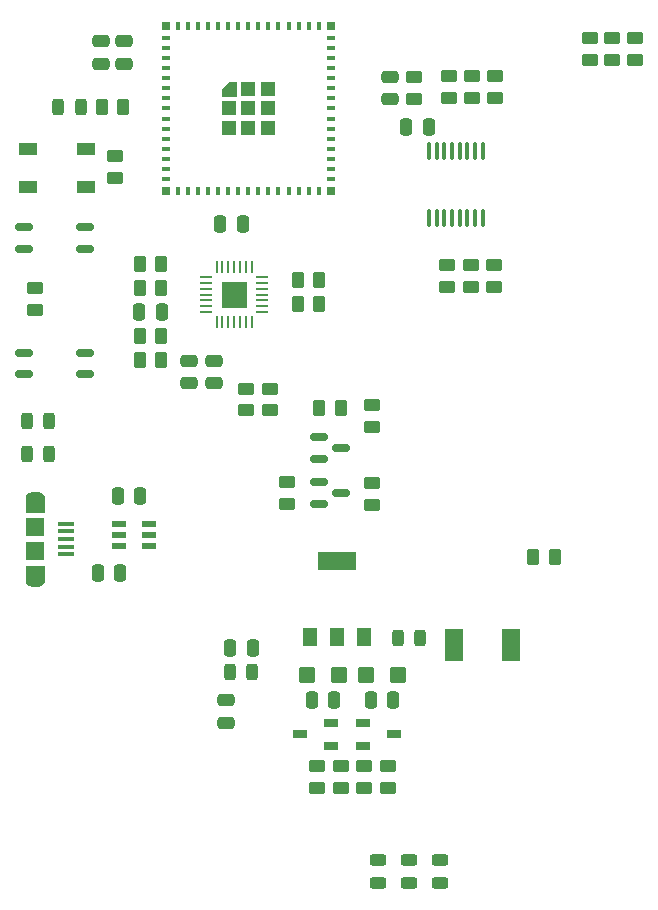
<source format=gbr>
%TF.GenerationSoftware,KiCad,Pcbnew,8.0.2*%
%TF.CreationDate,2024-07-11T10:11:00+02:00*%
%TF.ProjectId,HomeAssistant,486f6d65-4173-4736-9973-74616e742e6b,0.1*%
%TF.SameCoordinates,Original*%
%TF.FileFunction,Paste,Top*%
%TF.FilePolarity,Positive*%
%FSLAX46Y46*%
G04 Gerber Fmt 4.6, Leading zero omitted, Abs format (unit mm)*
G04 Created by KiCad (PCBNEW 8.0.2) date 2024-07-11 10:11:00*
%MOMM*%
%LPD*%
G01*
G04 APERTURE LIST*
G04 Aperture macros list*
%AMRoundRect*
0 Rectangle with rounded corners*
0 $1 Rounding radius*
0 $2 $3 $4 $5 $6 $7 $8 $9 X,Y pos of 4 corners*
0 Add a 4 corners polygon primitive as box body*
4,1,4,$2,$3,$4,$5,$6,$7,$8,$9,$2,$3,0*
0 Add four circle primitives for the rounded corners*
1,1,$1+$1,$2,$3*
1,1,$1+$1,$4,$5*
1,1,$1+$1,$6,$7*
1,1,$1+$1,$8,$9*
0 Add four rect primitives between the rounded corners*
20,1,$1+$1,$2,$3,$4,$5,0*
20,1,$1+$1,$4,$5,$6,$7,0*
20,1,$1+$1,$6,$7,$8,$9,0*
20,1,$1+$1,$8,$9,$2,$3,0*%
G04 Aperture macros list end*
%ADD10C,0.010000*%
%ADD11RoundRect,0.250000X0.450000X-0.262500X0.450000X0.262500X-0.450000X0.262500X-0.450000X-0.262500X0*%
%ADD12RoundRect,0.250000X0.475000X-0.250000X0.475000X0.250000X-0.475000X0.250000X-0.475000X-0.250000X0*%
%ADD13RoundRect,0.250000X0.450000X0.425000X-0.450000X0.425000X-0.450000X-0.425000X0.450000X-0.425000X0*%
%ADD14RoundRect,0.150000X-0.587500X-0.150000X0.587500X-0.150000X0.587500X0.150000X-0.587500X0.150000X0*%
%ADD15RoundRect,0.250000X0.250000X0.475000X-0.250000X0.475000X-0.250000X-0.475000X0.250000X-0.475000X0*%
%ADD16R,1.500000X2.700000*%
%ADD17RoundRect,0.100000X0.100000X-0.637500X0.100000X0.637500X-0.100000X0.637500X-0.100000X-0.637500X0*%
%ADD18R,0.800000X0.400000*%
%ADD19R,0.400000X0.800000*%
%ADD20R,1.200000X1.200000*%
%ADD21R,0.800000X0.800000*%
%ADD22R,1.200000X1.600000*%
%ADD23R,3.300000X1.600000*%
%ADD24RoundRect,0.250000X-0.450000X0.262500X-0.450000X-0.262500X0.450000X-0.262500X0.450000X0.262500X0*%
%ADD25R,1.500000X1.000000*%
%ADD26RoundRect,0.250000X-0.475000X0.250000X-0.475000X-0.250000X0.475000X-0.250000X0.475000X0.250000X0*%
%ADD27RoundRect,0.243750X-0.243750X-0.456250X0.243750X-0.456250X0.243750X0.456250X-0.243750X0.456250X0*%
%ADD28RoundRect,0.250000X-0.250000X-0.475000X0.250000X-0.475000X0.250000X0.475000X-0.250000X0.475000X0*%
%ADD29RoundRect,0.250000X-0.262500X-0.450000X0.262500X-0.450000X0.262500X0.450000X-0.262500X0.450000X0*%
%ADD30R,1.220000X0.650000*%
%ADD31RoundRect,0.175000X0.550000X0.175000X-0.550000X0.175000X-0.550000X-0.175000X0.550000X-0.175000X0*%
%ADD32RoundRect,0.250000X-0.450000X-0.425000X0.450000X-0.425000X0.450000X0.425000X-0.450000X0.425000X0*%
%ADD33RoundRect,0.250000X0.262500X0.450000X-0.262500X0.450000X-0.262500X-0.450000X0.262500X-0.450000X0*%
%ADD34RoundRect,0.041300X0.563700X0.253700X-0.563700X0.253700X-0.563700X-0.253700X0.563700X-0.253700X0*%
%ADD35RoundRect,0.243750X0.456250X-0.243750X0.456250X0.243750X-0.456250X0.243750X-0.456250X-0.243750X0*%
%ADD36RoundRect,0.243750X0.243750X0.456250X-0.243750X0.456250X-0.243750X-0.456250X0.243750X-0.456250X0*%
%ADD37R,1.350000X0.400000*%
%ADD38R,1.550000X1.500000*%
%ADD39R,0.270000X0.990000*%
%ADD40R,0.990000X0.270000*%
G04 APERTURE END LIST*
D10*
%TO.C,U1*%
X84040000Y-57100000D02*
X82840000Y-57100000D01*
X82840000Y-56500000D01*
X83440000Y-55900000D01*
X84040000Y-55900000D01*
X84040000Y-57100000D01*
G36*
X84040000Y-57100000D02*
G01*
X82840000Y-57100000D01*
X82840000Y-56500000D01*
X83440000Y-55900000D01*
X84040000Y-55900000D01*
X84040000Y-57100000D01*
G37*
%TO.C,J1*%
X67775000Y-98045000D02*
X67774000Y-98071000D01*
X67772000Y-98097000D01*
X67769000Y-98123000D01*
X67764000Y-98149000D01*
X67758000Y-98174000D01*
X67751000Y-98200000D01*
X67742000Y-98224000D01*
X67732000Y-98248000D01*
X67721000Y-98272000D01*
X67708000Y-98295000D01*
X67694000Y-98317000D01*
X67680000Y-98339000D01*
X67664000Y-98360000D01*
X67647000Y-98380000D01*
X67629000Y-98399000D01*
X67610000Y-98417000D01*
X67590000Y-98434000D01*
X67569000Y-98450000D01*
X67547000Y-98464000D01*
X67525000Y-98478000D01*
X67502000Y-98491000D01*
X67478000Y-98502000D01*
X67454000Y-98512000D01*
X67430000Y-98521000D01*
X67404000Y-98528000D01*
X67379000Y-98534000D01*
X67353000Y-98539000D01*
X67327000Y-98542000D01*
X67301000Y-98544000D01*
X67275000Y-98545000D01*
X66725000Y-98545000D01*
X66699000Y-98544000D01*
X66673000Y-98542000D01*
X66647000Y-98539000D01*
X66621000Y-98534000D01*
X66596000Y-98528000D01*
X66570000Y-98521000D01*
X66546000Y-98512000D01*
X66522000Y-98502000D01*
X66498000Y-98491000D01*
X66475000Y-98478000D01*
X66453000Y-98464000D01*
X66431000Y-98450000D01*
X66410000Y-98434000D01*
X66390000Y-98417000D01*
X66371000Y-98399000D01*
X66353000Y-98380000D01*
X66336000Y-98360000D01*
X66320000Y-98339000D01*
X66306000Y-98317000D01*
X66292000Y-98295000D01*
X66279000Y-98272000D01*
X66268000Y-98248000D01*
X66258000Y-98224000D01*
X66249000Y-98200000D01*
X66242000Y-98174000D01*
X66236000Y-98149000D01*
X66231000Y-98123000D01*
X66228000Y-98097000D01*
X66226000Y-98071000D01*
X66225000Y-98045000D01*
X66225000Y-96900000D01*
X67775000Y-96900000D01*
X67775000Y-98045000D01*
G36*
X67775000Y-98045000D02*
G01*
X67774000Y-98071000D01*
X67772000Y-98097000D01*
X67769000Y-98123000D01*
X67764000Y-98149000D01*
X67758000Y-98174000D01*
X67751000Y-98200000D01*
X67742000Y-98224000D01*
X67732000Y-98248000D01*
X67721000Y-98272000D01*
X67708000Y-98295000D01*
X67694000Y-98317000D01*
X67680000Y-98339000D01*
X67664000Y-98360000D01*
X67647000Y-98380000D01*
X67629000Y-98399000D01*
X67610000Y-98417000D01*
X67590000Y-98434000D01*
X67569000Y-98450000D01*
X67547000Y-98464000D01*
X67525000Y-98478000D01*
X67502000Y-98491000D01*
X67478000Y-98502000D01*
X67454000Y-98512000D01*
X67430000Y-98521000D01*
X67404000Y-98528000D01*
X67379000Y-98534000D01*
X67353000Y-98539000D01*
X67327000Y-98542000D01*
X67301000Y-98544000D01*
X67275000Y-98545000D01*
X66725000Y-98545000D01*
X66699000Y-98544000D01*
X66673000Y-98542000D01*
X66647000Y-98539000D01*
X66621000Y-98534000D01*
X66596000Y-98528000D01*
X66570000Y-98521000D01*
X66546000Y-98512000D01*
X66522000Y-98502000D01*
X66498000Y-98491000D01*
X66475000Y-98478000D01*
X66453000Y-98464000D01*
X66431000Y-98450000D01*
X66410000Y-98434000D01*
X66390000Y-98417000D01*
X66371000Y-98399000D01*
X66353000Y-98380000D01*
X66336000Y-98360000D01*
X66320000Y-98339000D01*
X66306000Y-98317000D01*
X66292000Y-98295000D01*
X66279000Y-98272000D01*
X66268000Y-98248000D01*
X66258000Y-98224000D01*
X66249000Y-98200000D01*
X66242000Y-98174000D01*
X66236000Y-98149000D01*
X66231000Y-98123000D01*
X66228000Y-98097000D01*
X66226000Y-98071000D01*
X66225000Y-98045000D01*
X66225000Y-96900000D01*
X67775000Y-96900000D01*
X67775000Y-98045000D01*
G37*
X67301000Y-90656000D02*
X67327000Y-90658000D01*
X67353000Y-90661000D01*
X67379000Y-90666000D01*
X67404000Y-90672000D01*
X67430000Y-90679000D01*
X67454000Y-90688000D01*
X67478000Y-90698000D01*
X67502000Y-90709000D01*
X67525000Y-90722000D01*
X67547000Y-90736000D01*
X67569000Y-90750000D01*
X67590000Y-90766000D01*
X67610000Y-90783000D01*
X67629000Y-90801000D01*
X67647000Y-90820000D01*
X67664000Y-90840000D01*
X67680000Y-90861000D01*
X67694000Y-90883000D01*
X67708000Y-90905000D01*
X67721000Y-90928000D01*
X67732000Y-90952000D01*
X67742000Y-90976000D01*
X67751000Y-91000000D01*
X67758000Y-91026000D01*
X67764000Y-91051000D01*
X67769000Y-91077000D01*
X67772000Y-91103000D01*
X67774000Y-91129000D01*
X67775000Y-91155000D01*
X67775000Y-92300000D01*
X66225000Y-92300000D01*
X66225000Y-91155000D01*
X66226000Y-91129000D01*
X66228000Y-91103000D01*
X66231000Y-91077000D01*
X66236000Y-91051000D01*
X66242000Y-91026000D01*
X66249000Y-91000000D01*
X66258000Y-90976000D01*
X66268000Y-90952000D01*
X66279000Y-90928000D01*
X66292000Y-90905000D01*
X66306000Y-90883000D01*
X66320000Y-90861000D01*
X66336000Y-90840000D01*
X66353000Y-90820000D01*
X66371000Y-90801000D01*
X66390000Y-90783000D01*
X66410000Y-90766000D01*
X66431000Y-90750000D01*
X66453000Y-90736000D01*
X66475000Y-90722000D01*
X66498000Y-90709000D01*
X66522000Y-90698000D01*
X66546000Y-90688000D01*
X66570000Y-90679000D01*
X66596000Y-90672000D01*
X66621000Y-90666000D01*
X66647000Y-90661000D01*
X66673000Y-90658000D01*
X66699000Y-90656000D01*
X66725000Y-90655000D01*
X67275000Y-90655000D01*
X67301000Y-90656000D01*
G36*
X67301000Y-90656000D02*
G01*
X67327000Y-90658000D01*
X67353000Y-90661000D01*
X67379000Y-90666000D01*
X67404000Y-90672000D01*
X67430000Y-90679000D01*
X67454000Y-90688000D01*
X67478000Y-90698000D01*
X67502000Y-90709000D01*
X67525000Y-90722000D01*
X67547000Y-90736000D01*
X67569000Y-90750000D01*
X67590000Y-90766000D01*
X67610000Y-90783000D01*
X67629000Y-90801000D01*
X67647000Y-90820000D01*
X67664000Y-90840000D01*
X67680000Y-90861000D01*
X67694000Y-90883000D01*
X67708000Y-90905000D01*
X67721000Y-90928000D01*
X67732000Y-90952000D01*
X67742000Y-90976000D01*
X67751000Y-91000000D01*
X67758000Y-91026000D01*
X67764000Y-91051000D01*
X67769000Y-91077000D01*
X67772000Y-91103000D01*
X67774000Y-91129000D01*
X67775000Y-91155000D01*
X67775000Y-92300000D01*
X66225000Y-92300000D01*
X66225000Y-91155000D01*
X66226000Y-91129000D01*
X66228000Y-91103000D01*
X66231000Y-91077000D01*
X66236000Y-91051000D01*
X66242000Y-91026000D01*
X66249000Y-91000000D01*
X66258000Y-90976000D01*
X66268000Y-90952000D01*
X66279000Y-90928000D01*
X66292000Y-90905000D01*
X66306000Y-90883000D01*
X66320000Y-90861000D01*
X66336000Y-90840000D01*
X66353000Y-90820000D01*
X66371000Y-90801000D01*
X66390000Y-90783000D01*
X66410000Y-90766000D01*
X66431000Y-90750000D01*
X66453000Y-90736000D01*
X66475000Y-90722000D01*
X66498000Y-90709000D01*
X66522000Y-90698000D01*
X66546000Y-90688000D01*
X66570000Y-90679000D01*
X66596000Y-90672000D01*
X66621000Y-90666000D01*
X66647000Y-90661000D01*
X66673000Y-90658000D01*
X66699000Y-90656000D01*
X66725000Y-90655000D01*
X67275000Y-90655000D01*
X67301000Y-90656000D01*
G37*
%TO.C,U2*%
X84927740Y-74927740D02*
X82872260Y-74927740D01*
X82872260Y-72872260D01*
X84927740Y-72872260D01*
X84927740Y-74927740D01*
G36*
X84927740Y-74927740D02*
G01*
X82872260Y-74927740D01*
X82872260Y-72872260D01*
X84927740Y-72872260D01*
X84927740Y-74927740D01*
G37*
%TD*%
D11*
%TO.C,R26*%
X105950000Y-57262500D03*
X105950000Y-55437500D03*
%TD*%
D12*
%TO.C,C9*%
X74600000Y-54350000D03*
X74600000Y-52450000D03*
%TD*%
D13*
%TO.C,C4*%
X97750000Y-106100000D03*
X95050000Y-106100000D03*
%TD*%
D14*
%TO.C,Q1*%
X91062500Y-85950000D03*
X91062500Y-87850000D03*
X92937500Y-86900000D03*
%TD*%
D12*
%TO.C,C13*%
X80100000Y-81400000D03*
X80100000Y-79500000D03*
%TD*%
D15*
%TO.C,C3*%
X97350000Y-108200000D03*
X95450000Y-108200000D03*
%TD*%
D16*
%TO.C,D3*%
X102500000Y-103600000D03*
X107300000Y-103600000D03*
%TD*%
D17*
%TO.C,U7*%
X100375000Y-67462500D03*
X101025000Y-67462500D03*
X101675000Y-67462500D03*
X102325000Y-67462500D03*
X102975000Y-67462500D03*
X103625000Y-67462500D03*
X104275000Y-67462500D03*
X104925000Y-67462500D03*
X104925000Y-61737500D03*
X104275000Y-61737500D03*
X103625000Y-61737500D03*
X102975000Y-61737500D03*
X102325000Y-61737500D03*
X101675000Y-61737500D03*
X101025000Y-61737500D03*
X100375000Y-61737500D03*
%TD*%
D18*
%TO.C,U1*%
X78090000Y-52200000D03*
X78090000Y-53050000D03*
X78090000Y-53900000D03*
X78090000Y-54750000D03*
X78090000Y-55600000D03*
X78090000Y-56450000D03*
X78090000Y-57300000D03*
X78090000Y-58150000D03*
X78090000Y-59000000D03*
X78090000Y-59850000D03*
X78090000Y-60700000D03*
X78090000Y-61550000D03*
X78090000Y-62400000D03*
X78090000Y-63250000D03*
X78090000Y-64100000D03*
D19*
X79140000Y-65150000D03*
X79990000Y-65150000D03*
X80840000Y-65150000D03*
X81690000Y-65150000D03*
X82540000Y-65150000D03*
X83390000Y-65150000D03*
X84240000Y-65150000D03*
X85090000Y-65150000D03*
X85940000Y-65150000D03*
X86790000Y-65150000D03*
X87640000Y-65150000D03*
X88490000Y-65150000D03*
X89340000Y-65150000D03*
X90190000Y-65150000D03*
X91040000Y-65150000D03*
D18*
X92090000Y-64100000D03*
X92090000Y-63250000D03*
X92090000Y-62400000D03*
X92090000Y-61550000D03*
X92090000Y-60700000D03*
X92090000Y-59850000D03*
X92090000Y-59000000D03*
X92090000Y-58150000D03*
X92090000Y-57300000D03*
X92090000Y-56450000D03*
X92090000Y-55600000D03*
X92090000Y-54750000D03*
X92090000Y-53900000D03*
X92090000Y-53050000D03*
X92090000Y-52200000D03*
D19*
X91040000Y-51150000D03*
X90190000Y-51150000D03*
X89340000Y-51150000D03*
X88490000Y-51150000D03*
X87640000Y-51150000D03*
X86790000Y-51150000D03*
X85940000Y-51150000D03*
X85090000Y-51150000D03*
X84240000Y-51150000D03*
X83390000Y-51150000D03*
X82540000Y-51150000D03*
X81690000Y-51150000D03*
X80840000Y-51150000D03*
X79990000Y-51150000D03*
X79140000Y-51150000D03*
D20*
X85090000Y-58150000D03*
X83440000Y-58150000D03*
X83440000Y-59800000D03*
X85090000Y-59800000D03*
X86740000Y-59800000D03*
X86740000Y-58150000D03*
X86740000Y-56500000D03*
X85090000Y-56500000D03*
D21*
X78090000Y-51150000D03*
X78090000Y-65150000D03*
X92090000Y-65150000D03*
X92090000Y-51150000D03*
%TD*%
D14*
%TO.C,Q2*%
X91062500Y-89750000D03*
X91062500Y-91650000D03*
X92937500Y-90700000D03*
%TD*%
D15*
%TO.C,C12*%
X77750000Y-75383000D03*
X75850000Y-75383000D03*
%TD*%
D22*
%TO.C,U3*%
X90300000Y-102900000D03*
X92600000Y-102900000D03*
D23*
X92600000Y-96500000D03*
D22*
X94900000Y-102900000D03*
%TD*%
D24*
%TO.C,R15*%
X95600000Y-83287500D03*
X95600000Y-85112500D03*
%TD*%
D25*
%TO.C,D5*%
X66450000Y-61600000D03*
X66450000Y-64800000D03*
X71350000Y-64800000D03*
X71350000Y-61600000D03*
%TD*%
D26*
%TO.C,C6*%
X83200000Y-108250000D03*
X83200000Y-110150000D03*
%TD*%
D27*
%TO.C,D20*%
X66362500Y-87400000D03*
X68237500Y-87400000D03*
%TD*%
D24*
%TO.C,R24*%
X103900000Y-71437500D03*
X103900000Y-73262500D03*
%TD*%
D28*
%TO.C,C27*%
X72350000Y-97500000D03*
X74250000Y-97500000D03*
%TD*%
D27*
%TO.C,D19*%
X66362500Y-84600000D03*
X68237500Y-84600000D03*
%TD*%
D12*
%TO.C,C8*%
X72600000Y-54350000D03*
X72600000Y-52450000D03*
%TD*%
D29*
%TO.C,R9*%
X89287500Y-72665500D03*
X91112500Y-72665500D03*
%TD*%
D30*
%TO.C,Q9*%
X92120000Y-112100000D03*
X92120000Y-110200000D03*
X89500000Y-111150000D03*
%TD*%
D31*
%TO.C,SW2*%
X66117000Y-70011000D03*
X66117000Y-68211000D03*
X71267000Y-70011000D03*
X71267000Y-68211000D03*
%TD*%
D26*
%TO.C,C10*%
X97100000Y-55450000D03*
X97100000Y-57350000D03*
%TD*%
D29*
%TO.C,R7*%
X75887500Y-77400000D03*
X77712500Y-77400000D03*
%TD*%
D30*
%TO.C,Q10*%
X94800000Y-110200000D03*
X94800000Y-112100000D03*
X97420000Y-111150000D03*
%TD*%
D28*
%TO.C,C28*%
X98450000Y-59700000D03*
X100350000Y-59700000D03*
%TD*%
D31*
%TO.C,SW1*%
X66117000Y-80611000D03*
X66117000Y-78811000D03*
X71267000Y-80611000D03*
X71267000Y-78811000D03*
%TD*%
D24*
%TO.C,R40*%
X114000000Y-52187500D03*
X114000000Y-54012500D03*
%TD*%
%TO.C,R53*%
X67000000Y-73387500D03*
X67000000Y-75212500D03*
%TD*%
%TO.C,R23*%
X101950000Y-71437500D03*
X101950000Y-73262500D03*
%TD*%
D32*
%TO.C,C1*%
X90050000Y-106100000D03*
X92750000Y-106100000D03*
%TD*%
D29*
%TO.C,R10*%
X89287500Y-74697500D03*
X91112500Y-74697500D03*
%TD*%
D33*
%TO.C,R14*%
X77712500Y-73351000D03*
X75887500Y-73351000D03*
%TD*%
D34*
%TO.C,U4*%
X76655000Y-95220000D03*
X76655000Y-94270000D03*
X76655000Y-93320000D03*
X74145000Y-93320000D03*
X74145000Y-94270000D03*
X74145000Y-95220000D03*
%TD*%
D35*
%TO.C,D17*%
X98700000Y-123687500D03*
X98700000Y-121812500D03*
%TD*%
D15*
%TO.C,C7*%
X85450000Y-103800000D03*
X83550000Y-103800000D03*
%TD*%
D11*
%TO.C,R4*%
X86900000Y-83712500D03*
X86900000Y-81887500D03*
%TD*%
D36*
%TO.C,F1*%
X99637500Y-103000000D03*
X97762500Y-103000000D03*
%TD*%
D24*
%TO.C,R57*%
X96910000Y-113837500D03*
X96910000Y-115662500D03*
%TD*%
D33*
%TO.C,R5*%
X74512500Y-58050000D03*
X72687500Y-58050000D03*
%TD*%
D24*
%TO.C,R38*%
X117800000Y-52187500D03*
X117800000Y-54012500D03*
%TD*%
D28*
%TO.C,C2*%
X90450000Y-108200000D03*
X92350000Y-108200000D03*
%TD*%
%TO.C,C11*%
X82700000Y-67900000D03*
X84600000Y-67900000D03*
%TD*%
D33*
%TO.C,R8*%
X77712500Y-79432000D03*
X75887500Y-79432000D03*
%TD*%
D28*
%TO.C,C5*%
X74050000Y-90975000D03*
X75950000Y-90975000D03*
%TD*%
D37*
%TO.C,J1*%
X69675000Y-93300000D03*
X69675000Y-93950000D03*
X69675000Y-94600000D03*
X69675000Y-95250000D03*
X69675000Y-95900000D03*
D38*
X67000000Y-93600000D03*
X67000000Y-95600000D03*
%TD*%
D11*
%TO.C,R56*%
X90910000Y-115662500D03*
X90910000Y-113837500D03*
%TD*%
D29*
%TO.C,R13*%
X75887500Y-71319000D03*
X77712500Y-71319000D03*
%TD*%
D24*
%TO.C,R54*%
X73800000Y-62187500D03*
X73800000Y-64012500D03*
%TD*%
D11*
%TO.C,R1*%
X84900000Y-83712500D03*
X84900000Y-81887500D03*
%TD*%
D39*
%TO.C,U2*%
X85400000Y-71540000D03*
X84900000Y-71540000D03*
X84400000Y-71540000D03*
X83900000Y-71540000D03*
X83400000Y-71540000D03*
X82900000Y-71540000D03*
X82400000Y-71540000D03*
D40*
X81540000Y-72400000D03*
X81540000Y-72900000D03*
X81540000Y-73400000D03*
X81540000Y-73900000D03*
X81540000Y-74400000D03*
X81540000Y-74900000D03*
X81540000Y-75400000D03*
D39*
X82400000Y-76260000D03*
X82900000Y-76260000D03*
X83400000Y-76260000D03*
X83900000Y-76260000D03*
X84400000Y-76260000D03*
X84900000Y-76260000D03*
X85400000Y-76260000D03*
D40*
X86260000Y-75400000D03*
X86260000Y-74900000D03*
X86260000Y-74400000D03*
X86260000Y-73900000D03*
X86260000Y-73400000D03*
X86260000Y-72900000D03*
X86260000Y-72400000D03*
%TD*%
D29*
%TO.C,R42*%
X109187500Y-96100000D03*
X111012500Y-96100000D03*
%TD*%
D24*
%TO.C,R36*%
X115900000Y-52187500D03*
X115900000Y-54012500D03*
%TD*%
%TO.C,R58*%
X92910000Y-113837500D03*
X92910000Y-115662500D03*
%TD*%
D11*
%TO.C,R55*%
X94910000Y-115675000D03*
X94910000Y-113850000D03*
%TD*%
%TO.C,R6*%
X99132000Y-57312500D03*
X99132000Y-55487500D03*
%TD*%
D35*
%TO.C,D18*%
X96100000Y-123687500D03*
X96100000Y-121812500D03*
%TD*%
D12*
%TO.C,C14*%
X82200000Y-81400000D03*
X82200000Y-79500000D03*
%TD*%
D33*
%TO.C,R11*%
X92912500Y-83500000D03*
X91087500Y-83500000D03*
%TD*%
D11*
%TO.C,R27*%
X104000000Y-57262500D03*
X104000000Y-55437500D03*
%TD*%
D27*
%TO.C,FB1*%
X83562500Y-105900000D03*
X85437500Y-105900000D03*
%TD*%
%TO.C,D4*%
X69012500Y-58050000D03*
X70887500Y-58050000D03*
%TD*%
D11*
%TO.C,R28*%
X102050000Y-57262500D03*
X102050000Y-55437500D03*
%TD*%
D24*
%TO.C,R16*%
X95600000Y-89887500D03*
X95600000Y-91712500D03*
%TD*%
D11*
%TO.C,R12*%
X88400000Y-91612500D03*
X88400000Y-89787500D03*
%TD*%
D24*
%TO.C,R25*%
X105850000Y-71437500D03*
X105850000Y-73262500D03*
%TD*%
D35*
%TO.C,D16*%
X101300000Y-123687500D03*
X101300000Y-121812500D03*
%TD*%
M02*

</source>
